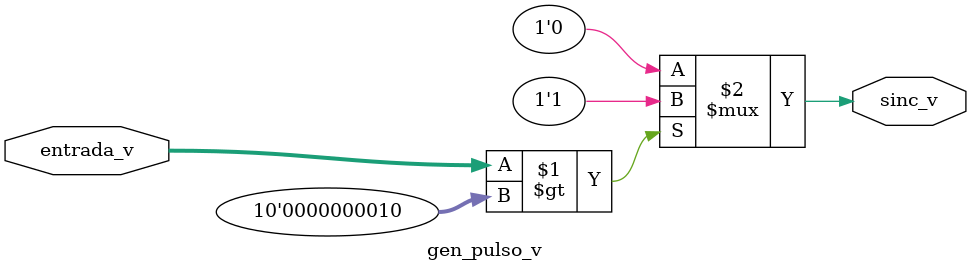
<source format=v>
module gen_pulso_v (
input [9:0] entrada_v,
output sinc_v);

assign sinc_v=(entrada_v>10'b 0000000010)?1'b1:1'b0;
endmodule
</source>
